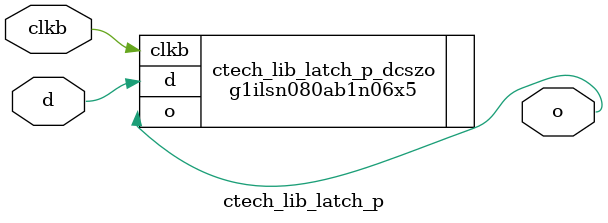
<source format=sv>

module ctech_lib_latch_p (
   output logic o,
   input logic d,
   input logic clkb );
   
   g1ilsn080ab1n06x5 ctech_lib_latch_p_dcszo (.o(o), .d(d), .clkb(clkb));

endmodule // ctech_lib_latch_p

</source>
